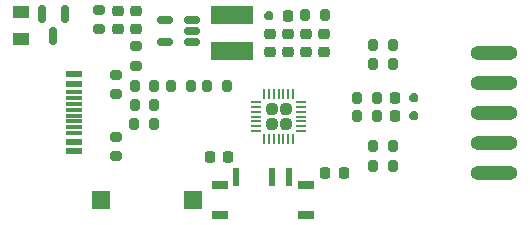
<source format=gbr>
%TF.GenerationSoftware,KiCad,Pcbnew,(6.0.5)*%
%TF.CreationDate,2022-07-08T10:28:12+08:00*%
%TF.ProjectId,dap_ch549f,6461705f-6368-4353-9439-662e6b696361,rev?*%
%TF.SameCoordinates,Original*%
%TF.FileFunction,Paste,Top*%
%TF.FilePolarity,Positive*%
%FSLAX46Y46*%
G04 Gerber Fmt 4.6, Leading zero omitted, Abs format (unit mm)*
G04 Created by KiCad (PCBNEW (6.0.5)) date 2022-07-08 10:28:12*
%MOMM*%
%LPD*%
G01*
G04 APERTURE LIST*
G04 Aperture macros list*
%AMRoundRect*
0 Rectangle with rounded corners*
0 $1 Rounding radius*
0 $2 $3 $4 $5 $6 $7 $8 $9 X,Y pos of 4 corners*
0 Add a 4 corners polygon primitive as box body*
4,1,4,$2,$3,$4,$5,$6,$7,$8,$9,$2,$3,0*
0 Add four circle primitives for the rounded corners*
1,1,$1+$1,$2,$3*
1,1,$1+$1,$4,$5*
1,1,$1+$1,$6,$7*
1,1,$1+$1,$8,$9*
0 Add four rect primitives between the rounded corners*
20,1,$1+$1,$2,$3,$4,$5,0*
20,1,$1+$1,$4,$5,$6,$7,0*
20,1,$1+$1,$6,$7,$8,$9,0*
20,1,$1+$1,$8,$9,$2,$3,0*%
%AMOutline5P*
0 Free polygon, 5 corners , with rotation*
0 The origin of the aperture is its center*
0 number of corners: always 5*
0 $1 to $10 corner X, Y*
0 $11 Rotation angle, in degrees counterclockwise*
0 create outline with 5 corners*
4,1,5,$1,$2,$3,$4,$5,$6,$7,$8,$9,$10,$1,$2,$11*%
%AMOutline6P*
0 Free polygon, 6 corners , with rotation*
0 The origin of the aperture is its center*
0 number of corners: always 6*
0 $1 to $12 corner X, Y*
0 $13 Rotation angle, in degrees counterclockwise*
0 create outline with 6 corners*
4,1,6,$1,$2,$3,$4,$5,$6,$7,$8,$9,$10,$11,$12,$1,$2,$13*%
%AMOutline7P*
0 Free polygon, 7 corners , with rotation*
0 The origin of the aperture is its center*
0 number of corners: always 7*
0 $1 to $14 corner X, Y*
0 $15 Rotation angle, in degrees counterclockwise*
0 create outline with 7 corners*
4,1,7,$1,$2,$3,$4,$5,$6,$7,$8,$9,$10,$11,$12,$13,$14,$1,$2,$15*%
%AMOutline8P*
0 Free polygon, 8 corners , with rotation*
0 The origin of the aperture is its center*
0 number of corners: always 8*
0 $1 to $16 corner X, Y*
0 $17 Rotation angle, in degrees counterclockwise*
0 create outline with 8 corners*
4,1,8,$1,$2,$3,$4,$5,$6,$7,$8,$9,$10,$11,$12,$13,$14,$15,$16,$1,$2,$17*%
G04 Aperture macros list end*
%ADD10RoundRect,0.200000X-0.200000X-0.275000X0.200000X-0.275000X0.200000X0.275000X-0.200000X0.275000X0*%
%ADD11RoundRect,0.218750X0.218750X0.256250X-0.218750X0.256250X-0.218750X-0.256250X0.218750X-0.256250X0*%
%ADD12Outline8P,-0.381000X0.190500X-0.190500X0.381000X0.190500X0.381000X0.381000X0.190500X0.381000X-0.190500X0.190500X-0.381000X-0.190500X-0.381000X-0.381000X-0.190500X180.000000*%
%ADD13O,3.999992X1.199998*%
%ADD14RoundRect,0.200000X0.200000X0.275000X-0.200000X0.275000X-0.200000X-0.275000X0.200000X-0.275000X0*%
%ADD15RoundRect,0.150000X-0.150000X0.587500X-0.150000X-0.587500X0.150000X-0.587500X0.150000X0.587500X0*%
%ADD16RoundRect,0.225000X0.250000X-0.225000X0.250000X0.225000X-0.250000X0.225000X-0.250000X-0.225000X0*%
%ADD17RoundRect,0.200000X-0.275000X0.200000X-0.275000X-0.200000X0.275000X-0.200000X0.275000X0.200000X0*%
%ADD18RoundRect,0.150000X0.512500X0.150000X-0.512500X0.150000X-0.512500X-0.150000X0.512500X-0.150000X0*%
%ADD19RoundRect,0.218750X-0.218750X-0.256250X0.218750X-0.256250X0.218750X0.256250X-0.218750X0.256250X0*%
%ADD20Outline8P,-0.381000X0.190500X-0.190500X0.381000X0.190500X0.381000X0.381000X0.190500X0.381000X-0.190500X0.190500X-0.381000X-0.190500X-0.381000X-0.381000X-0.190500X0.000000*%
%ADD21R,1.400000X0.800000*%
%ADD22R,0.600000X1.500000*%
%ADD23R,1.397000X1.016000*%
%ADD24RoundRect,0.242500X0.242500X0.242500X-0.242500X0.242500X-0.242500X-0.242500X0.242500X-0.242500X0*%
%ADD25RoundRect,0.062500X0.350000X0.062500X-0.350000X0.062500X-0.350000X-0.062500X0.350000X-0.062500X0*%
%ADD26RoundRect,0.062500X0.062500X0.350000X-0.062500X0.350000X-0.062500X-0.350000X0.062500X-0.350000X0*%
%ADD27R,1.450000X0.600000*%
%ADD28R,1.450000X0.300000*%
%ADD29R,3.600000X1.500000*%
%ADD30RoundRect,0.225000X0.225000X0.250000X-0.225000X0.250000X-0.225000X-0.250000X0.225000X-0.250000X0*%
%ADD31R,1.500000X1.500000*%
%ADD32RoundRect,0.200000X0.275000X-0.200000X0.275000X0.200000X-0.275000X0.200000X-0.275000X-0.200000X0*%
G04 APERTURE END LIST*
D10*
%TO.C,R7*%
X156810000Y-93380000D03*
X158460000Y-93380000D03*
%TD*%
D11*
%TO.C,LED1*%
X150887500Y-86425000D03*
D12*
X149312500Y-86425000D03*
%TD*%
D13*
%TO.C,P1*%
X168350000Y-89560000D03*
X168350000Y-92100000D03*
X168350000Y-94640000D03*
X168350000Y-97180000D03*
X168350000Y-99720000D03*
%TD*%
D10*
%TO.C,R12*%
X152375000Y-86405000D03*
X154025000Y-86405000D03*
%TD*%
D14*
%TO.C,R16*%
X159800000Y-90560000D03*
X158150000Y-90560000D03*
%TD*%
D15*
%TO.C,Q1*%
X132010000Y-86302500D03*
X130110000Y-86302500D03*
X131060000Y-88177500D03*
%TD*%
D16*
%TO.C,C6*%
X149362500Y-89545000D03*
X149362500Y-87995000D03*
%TD*%
D17*
%TO.C,R1*%
X134910000Y-85945000D03*
X134910000Y-87595000D03*
%TD*%
%TO.C,R3*%
X138052500Y-89035000D03*
X138052500Y-90685000D03*
%TD*%
D10*
%TO.C,R2*%
X156790000Y-94920000D03*
X158440000Y-94920000D03*
%TD*%
D16*
%TO.C,C8*%
X152432500Y-89545000D03*
X152432500Y-87995000D03*
%TD*%
D18*
%TO.C,U2*%
X142790000Y-88690000D03*
X142790000Y-87740000D03*
X142790000Y-86790000D03*
X140515000Y-86790000D03*
X140515000Y-88690000D03*
%TD*%
D19*
%TO.C,LED3*%
X159992833Y-93360839D03*
D20*
X161567833Y-93360839D03*
%TD*%
D14*
%TO.C,R15*%
X159800000Y-88940000D03*
X158150000Y-88940000D03*
%TD*%
D21*
%TO.C,SW2*%
X145150002Y-103300000D03*
X152450003Y-103300000D03*
X152450003Y-100800000D03*
X145150002Y-100800000D03*
D22*
X146550007Y-100053999D03*
X149550001Y-100053999D03*
X151050003Y-100053997D03*
%TD*%
D16*
%TO.C,C4*%
X136502500Y-87575000D03*
X136502500Y-86025000D03*
%TD*%
D14*
%TO.C,R6*%
X142687500Y-92400000D03*
X141037500Y-92400000D03*
%TD*%
%TO.C,R5*%
X145757500Y-92400000D03*
X144107500Y-92400000D03*
%TD*%
D17*
%TO.C,R11*%
X136370000Y-96685000D03*
X136370000Y-98335000D03*
%TD*%
D23*
%TO.C,FU1*%
X128310000Y-88383000D03*
X128310000Y-86097000D03*
%TD*%
D16*
%TO.C,C7*%
X150902500Y-89545000D03*
X150902500Y-87995000D03*
%TD*%
D10*
%TO.C,R13*%
X158150000Y-97490000D03*
X159800000Y-97490000D03*
%TD*%
D19*
%TO.C,LED2*%
X159985000Y-94920000D03*
D20*
X161560000Y-94920000D03*
%TD*%
D10*
%TO.C,R8*%
X137915000Y-95595000D03*
X139565000Y-95595000D03*
%TD*%
%TO.C,R14*%
X158150000Y-99130000D03*
X159800000Y-99130000D03*
%TD*%
D24*
%TO.C,U1*%
X149530000Y-95570000D03*
X150730000Y-95570000D03*
X149530000Y-94370000D03*
X150730000Y-94370000D03*
D25*
X152067500Y-96170000D03*
X152067500Y-95770000D03*
X152067500Y-95370000D03*
X152067500Y-94970000D03*
X152067500Y-94570000D03*
X152067500Y-94170000D03*
X152067500Y-93770000D03*
D26*
X151330000Y-93032500D03*
X150930000Y-93032500D03*
X150530000Y-93032500D03*
X150130000Y-93032500D03*
X149730000Y-93032500D03*
X149330000Y-93032500D03*
X148930000Y-93032500D03*
D25*
X148192500Y-93770000D03*
X148192500Y-94170000D03*
X148192500Y-94570000D03*
X148192500Y-94970000D03*
X148192500Y-95370000D03*
X148192500Y-95770000D03*
X148192500Y-96170000D03*
D26*
X148930000Y-96907500D03*
X149330000Y-96907500D03*
X149730000Y-96907500D03*
X150130000Y-96907500D03*
X150530000Y-96907500D03*
X150930000Y-96907500D03*
X151330000Y-96907500D03*
%TD*%
D27*
%TO.C,J1*%
X132835000Y-91390000D03*
X132835000Y-92190000D03*
D28*
X132835000Y-93390000D03*
X132835000Y-94390000D03*
X132835000Y-94890000D03*
X132835000Y-95890000D03*
D27*
X132835000Y-97090000D03*
X132835000Y-97890000D03*
X132835000Y-97890000D03*
X132835000Y-97090000D03*
D28*
X132835000Y-96390000D03*
X132835000Y-95390000D03*
X132835000Y-93890000D03*
X132835000Y-92890000D03*
D27*
X132835000Y-92190000D03*
X132835000Y-91390000D03*
%TD*%
D16*
%TO.C,C9*%
X153972500Y-89535000D03*
X153972500Y-87985000D03*
%TD*%
D10*
%TO.C,R4*%
X137947500Y-92400000D03*
X139597500Y-92400000D03*
%TD*%
%TO.C,R9*%
X137940000Y-93995000D03*
X139590000Y-93995000D03*
%TD*%
D29*
%TO.C,L1*%
X146192500Y-86375000D03*
X146192500Y-89425000D03*
%TD*%
D30*
%TO.C,C1*%
X145835000Y-98400000D03*
X144285000Y-98400000D03*
%TD*%
D31*
%TO.C,SW1*%
X135070000Y-102060000D03*
X142870000Y-102060000D03*
%TD*%
D16*
%TO.C,C5*%
X138052500Y-87575000D03*
X138052500Y-86025000D03*
%TD*%
D32*
%TO.C,R10*%
X136370000Y-93095000D03*
X136370000Y-91445000D03*
%TD*%
D30*
%TO.C,C2*%
X155635000Y-99720000D03*
X154085000Y-99720000D03*
%TD*%
M02*

</source>
